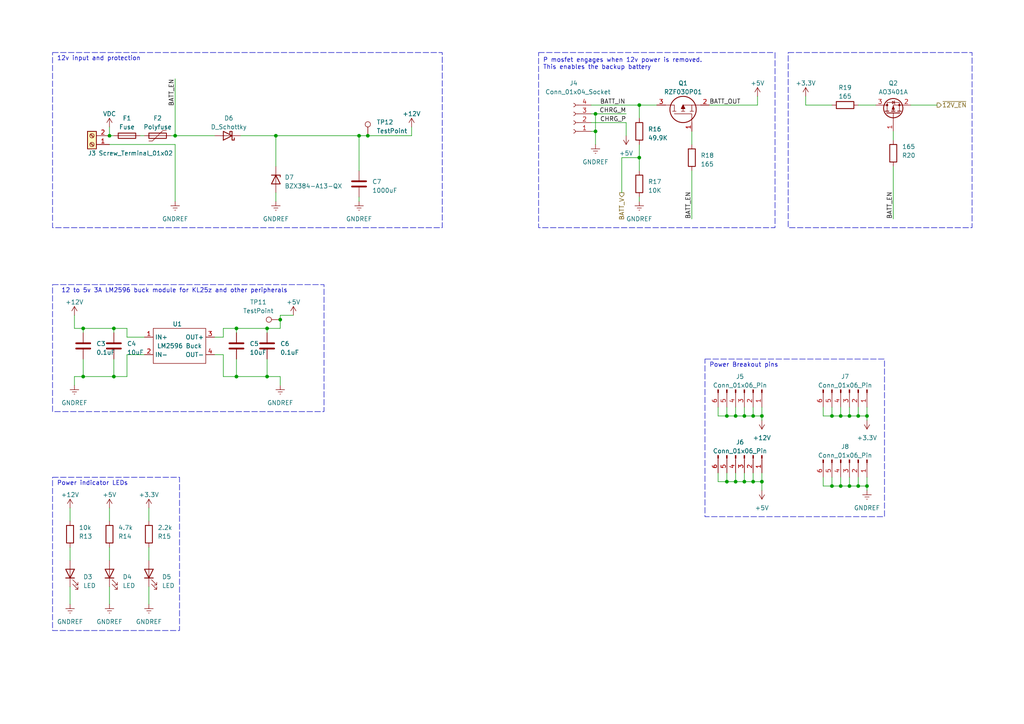
<source format=kicad_sch>
(kicad_sch (version 20230121) (generator eeschema)
  (paper "A4")
  (title_block (title "Greenhouse project FRDM-KL25Z hat") (date "16-03-2023") (rev "v4.0") (company "OnlyPlants") (comment 1 "Author: Emiel Visser"))
  (lib_symbols
    (symbol "Connector:Conn_01x04_Socket" (pin_names (offset 1.016) hide)
      (property "Reference" "J" (at 0 5.08 0))
      (property "Value" "Conn_01x04_Socket" (at 0 -7.62 0))
      (symbol "Conn_01x04_Socket_1_1"
        (arc (start 0 -4.572) (mid -0.5058 -5.08) (end 0 -5.588) (stroke (width 0.1524)))
        (arc (start 0 -2.032) (mid -0.5058 -2.54) (end 0 -3.048) (stroke (width 0.1524)))
        (polyline (pts (xy -1.27 -5.08) (xy -0.508 -5.08)) (stroke (width 0.1524)))
        (polyline (pts (xy -1.27 -2.54) (xy -0.508 -2.54)) (stroke (width 0.1524)))
        (polyline (pts (xy -1.27 0) (xy -0.508 0)) (stroke (width 0.1524)))
        (polyline (pts (xy -1.27 2.54) (xy -0.508 2.54)) (stroke (width 0.1524)))
        (arc (start 0 0.508) (mid -0.5058 0) (end 0 -0.508) (stroke (width 0.1524)))
        (arc (start 0 3.048) (mid -0.5058 2.54) (end 0 2.032) (stroke (width 0.1524)))
        (pin passive line (at -5.08 2.54 0) (length 3.81) (name "Pin_1") (number "1"))
        (pin passive line (at -5.08 0 0) (length 3.81) (name "Pin_2") (number "2"))
        (pin passive line (at -5.08 -2.54 0) (length 3.81) (name "Pin_3") (number "3"))
        (pin passive line (at -5.08 -5.08 0) (length 3.81) (name "Pin_4") (number "4"))
      )
    )
    (symbol "Connector:Conn_01x06_Pin" (pin_names (offset 1.016) hide)
      (property "Reference" "J" (at 0 7.62 0))
      (property "Value" "Conn_01x06_Pin" (at 0 -10.16 0))
      (symbol "Conn_01x06_Pin_1_1"
        (polyline (pts (xy 1.27 -7.62) (xy 0.8636 -7.62)) (stroke (width 0.1524)))
        (polyline (pts (xy 1.27 -5.08) (xy 0.8636 -5.08)) (stroke (width 0.1524)))
        (polyline (pts (xy 1.27 -2.54) (xy 0.8636 -2.54)) (stroke (width 0.1524)))
        (polyline (pts (xy 1.27 0) (xy 0.8636 0)) (stroke (width 0.1524)))
        (polyline (pts (xy 1.27 2.54) (xy 0.8636 2.54)) (stroke (width 0.1524)))
        (polyline (pts (xy 1.27 5.08) (xy 0.8636 5.08)) (stroke (width 0.1524)))
        (rectangle (start 0.8636 -7.493) (end 0 -7.747) (stroke (width 0.1524)) (fill (type outline)))
        (rectangle (start 0.8636 -4.953) (end 0 -5.207) (stroke (width 0.1524)) (fill (type outline)))
        (rectangle (start 0.8636 -2.413) (end 0 -2.667) (stroke (width 0.1524)) (fill (type outline)))
        (rectangle (start 0.8636 0.127) (end 0 -0.127) (stroke (width 0.1524)) (fill (type outline)))
        (rectangle (start 0.8636 2.667) (end 0 2.413) (stroke (width 0.1524)) (fill (type outline)))
        (rectangle (start 0.8636 5.207) (end 0 4.953) (stroke (width 0.1524)) (fill (type outline)))
        (pin passive line (at 5.08 5.08 180) (length 3.81) (name "Pin_1") (number "1"))
        (pin passive line (at 5.08 2.54 180) (length 3.81) (name "Pin_2") (number "2"))
        (pin passive line (at 5.08 0 180) (length 3.81) (name "Pin_3") (number "3"))
        (pin passive line (at 5.08 -2.54 180) (length 3.81) (name "Pin_4") (number "4"))
        (pin passive line (at 5.08 -5.08 180) (length 3.81) (name "Pin_5") (number "5"))
        (pin passive line (at 5.08 -7.62 180) (length 3.81) (name "Pin_6") (number "6"))
      )
    )
    (symbol "Connector:Screw_Terminal_01x02" (pin_names (offset 1.016) hide)
      (property "Reference" "J" (at 0 2.54 0))
      (property "Value" "Screw_Terminal_01x02" (at 0 -5.08 0))
      (symbol "Screw_Terminal_01x02_1_1"
        (rectangle (start -1.27 1.27) (end 1.27 -3.81) (stroke (width 0.254)) (fill (type background)))
        (circle (center 0 -2.54) (radius 0.635) (stroke (width 0.1524)))
        (polyline (pts (xy -0.5334 -2.2098) (xy 0.3302 -3.048)) (stroke (width 0.1524)))
        (polyline (pts (xy -0.5334 0.3302) (xy 0.3302 -0.508)) (stroke (width 0.1524)))
        (polyline (pts (xy -0.3556 -2.032) (xy 0.508 -2.8702)) (stroke (width 0.1524)))
        (polyline (pts (xy -0.3556 0.508) (xy 0.508 -0.3302)) (stroke (width 0.1524)))
        (circle (center 0 0) (radius 0.635) (stroke (width 0.1524)))
        (pin passive line (at -5.08 0 0) (length 3.81) (name "Pin_1") (number "1"))
        (pin passive line (at -5.08 -2.54 0) (length 3.81) (name "Pin_2") (number "2"))
      )
    )
    (symbol "Connector:TestPoint" (pin_numbers hide) (pin_names (offset 0.762) hide)
      (property "Reference" "TP" (at 0 6.858 0))
      (property "Value" "TestPoint" (at 0 5.08 0))
      (symbol "TestPoint_0_1"
        (circle (center 0 3.302) (radius 0.762))
      )
      (symbol "TestPoint_1_1"
        (pin passive line (at 0 0 90) (length 2.54) (name "1") (number "1"))
      )
    )
    (symbol "Device:C" (pin_numbers hide) (pin_names (offset 0.254))
      (property "Reference" "C" (at 0.635 2.54 0))
      (property "Value" "C" (at 0.635 -2.54 0))
      (symbol "C_0_1"
        (polyline (pts (xy -2.032 -0.762) (xy 2.032 -0.762)) (stroke (width 0.508)))
        (polyline (pts (xy -2.032 0.762) (xy 2.032 0.762)) (stroke (width 0.508)))
      )
      (symbol "C_1_1"
        (pin passive line (at 0 3.81 270) (length 2.794) (name "~") (number "1"))
        (pin passive line (at 0 -3.81 90) (length 2.794) (name "~") (number "2"))
      )
    )
    (symbol "Device:D_Schottky" (pin_numbers hide) (pin_names (offset 1.016) hide)
      (property "Reference" "D" (at 0 2.54 0))
      (property "Value" "D_Schottky" (at 0 -2.54 0))
      (symbol "D_Schottky_0_1"
        (polyline (pts (xy 1.27 0) (xy -1.27 0)))
        (polyline (pts (xy 1.27 1.27) (xy 1.27 -1.27) (xy -1.27 0) (xy 1.27 1.27)) (stroke (width 0.254)))
        (polyline (pts (xy -1.905 0.635) (xy -1.905 1.27) (xy -1.27 1.27) (xy -1.27 -1.27) (xy -0.635 -1.27) (xy -0.635 -0.635)) (stroke (width 0.254)))
      )
      (symbol "D_Schottky_1_1"
        (pin passive line (at -3.81 0 0) (length 2.54) (name "K") (number "1"))
        (pin passive line (at 3.81 0 180) (length 2.54) (name "A") (number "2"))
      )
    )
    (symbol "Device:Fuse" (pin_numbers hide) (pin_names (offset 0))
      (property "Reference" "F" (at 2.032 0 90))
      (property "Value" "Fuse" (at -1.905 0 90))
      (symbol "Fuse_0_1"
        (rectangle (start -0.762 -2.54) (end 0.762 2.54) (stroke (width 0.254)))
        (polyline (pts (xy 0 2.54) (xy 0 -2.54)))
      )
      (symbol "Fuse_1_1"
        (pin passive line (at 0 3.81 270) (length 1.27) (name "~") (number "1"))
        (pin passive line (at 0 -3.81 90) (length 1.27) (name "~") (number "2"))
      )
    )
    (symbol "Device:LED" (pin_numbers hide) (pin_names (offset 1.016) hide)
      (property "Reference" "D" (at 0 2.54 0))
      (property "Value" "LED" (at 0 -2.54 0))
      (symbol "LED_0_1"
        (polyline (pts (xy -1.27 -1.27) (xy -1.27 1.27)) (stroke (width 0.254)))
        (polyline (pts (xy -1.27 0) (xy 1.27 0)))
        (polyline (pts (xy 1.27 -1.27) (xy 1.27 1.27) (xy -1.27 0) (xy 1.27 -1.27)) (stroke (width 0.254)))
        (polyline (pts (xy -3.048 -0.762) (xy -4.572 -2.286) (xy -3.81 -2.286) (xy -4.572 -2.286) (xy -4.572 -1.524)))
        (polyline (pts (xy -1.778 -0.762) (xy -3.302 -2.286) (xy -2.54 -2.286) (xy -3.302 -2.286) (xy -3.302 -1.524)))
      )
      (symbol "LED_1_1"
        (pin passive line (at -3.81 0 0) (length 2.54) (name "K") (number "1"))
        (pin passive line (at 3.81 0 180) (length 2.54) (name "A") (number "2"))
      )
    )
    (symbol "Device:Polyfuse" (pin_numbers hide) (pin_names (offset 0))
      (property "Reference" "F" (at -2.54 0 90))
      (property "Value" "Polyfuse" (at 2.54 0 90))
      (symbol "Polyfuse_0_1"
        (rectangle (start -0.762 2.54) (end 0.762 -2.54) (stroke (width 0.254)))
        (polyline (pts (xy 0 2.54) (xy 0 -2.54)))
        (polyline (pts (xy -1.524 2.54) (xy -1.524 1.524) (xy 1.524 -1.524) (xy 1.524 -2.54)))
      )
      (symbol "Polyfuse_1_1"
        (pin passive line (at 0 3.81 270) (length 1.27) (name "~") (number "1"))
        (pin passive line (at 0 -3.81 90) (length 1.27) (name "~") (number "2"))
      )
    )
    (symbol "Device:R" (pin_numbers hide) (pin_names (offset 0))
      (property "Reference" "R" (at 2.032 0 90))
      (property "Value" "R" (at 0 0 90))
      (symbol "R_0_1"
        (rectangle (start -1.016 -2.54) (end 1.016 2.54) (stroke (width 0.254)))
      )
      (symbol "R_1_1"
        (pin passive line (at 0 3.81 270) (length 1.27) (name "~") (number "1"))
        (pin passive line (at 0 -3.81 90) (length 1.27) (name "~") (number "2"))
      )
    )
    (symbol "Diode:BZX384xxxx" (pin_numbers hide) (pin_names hide)
      (property "Reference" "D" (at 0 2.54 0))
      (property "Value" "BZX384xxxx" (at 0 -2.54 0))
      (symbol "BZX384xxxx_0_1"
        (polyline (pts (xy 1.27 0) (xy -1.27 0)))
        (polyline (pts (xy -1.27 -1.27) (xy -1.27 1.27) (xy -0.762 1.27)) (stroke (width 0.254)))
        (polyline (pts (xy 1.27 -1.27) (xy 1.27 1.27) (xy -1.27 0) (xy 1.27 -1.27)) (stroke (width 0.254)))
      )
      (symbol "BZX384xxxx_1_1"
        (pin passive line (at -3.81 0 0) (length 2.54) (name "K") (number "1"))
        (pin passive line (at 3.81 0 180) (length 2.54) (name "A") (number "2"))
      )
    )
    (symbol "SamacSys_Parts:RZF030P01" (pin_names (offset 0.762))
      (property "Reference" "Q" (at 11.43 3.81 0))
      (property "Value" "RZF030P01" (at 11.43 1.27 0))
      (symbol "RZF030P01_0_0"
        (pin passive line (at 0 0 0) (length 2.54) (name "~") (number "1"))
        (pin passive line (at 7.62 -5.08 90) (length 2.54) (name "~") (number "2"))
        (pin passive line (at 7.62 10.16 270) (length 2.54) (name "~") (number "3"))
      )
      (symbol "RZF030P01_0_1"
        (polyline (pts (xy 5.842 -0.508) (xy 5.842 0.508)) (stroke (width 0.1524)))
        (polyline (pts (xy 5.842 0) (xy 7.62 0)) (stroke (width 0.1524)))
        (polyline (pts (xy 5.842 2.032) (xy 5.842 3.048)) (stroke (width 0.1524)))
        (polyline (pts (xy 5.842 5.588) (xy 5.842 4.572)) (stroke (width 0.1524)))
        (polyline (pts (xy 7.62 2.54) (xy 5.842 2.54)) (stroke (width 0.1524)))
        (polyline (pts (xy 7.62 2.54) (xy 7.62 -2.54)) (stroke (width 0.1524)))
        (polyline (pts (xy 7.62 5.08) (xy 5.842 5.08)) (stroke (width 0.1524)))
        (polyline (pts (xy 7.62 5.08) (xy 7.62 7.62)) (stroke (width 0.1524)))
        (polyline (pts (xy 2.54 0) (xy 5.08 0) (xy 5.08 5.08)) (stroke (width 0.1524)))
        (polyline (pts (xy 7.62 2.54) (xy 6.604 3.048) (xy 6.604 2.032) (xy 7.62 2.54)) (stroke (width 0.254)) (fill (type outline)))
        (circle (center 6.35 2.54) (radius 3.81) (stroke (width 0.254)))
      )
    )
    (symbol "Transistor_FET:AO3401A" (pin_names hide)
      (property "Reference" "Q" (at 5.08 1.905 0))
      (property "Value" "AO3401A" (at 5.08 0 0))
      (symbol "AO3401A_0_1"
        (polyline (pts (xy 0.254 0) (xy -2.54 0)))
        (polyline (pts (xy 0.254 1.905) (xy 0.254 -1.905)) (stroke (width 0.254)))
        (polyline (pts (xy 0.762 -1.27) (xy 0.762 -2.286)) (stroke (width 0.254)))
        (polyline (pts (xy 0.762 0.508) (xy 0.762 -0.508)) (stroke (width 0.254)))
        (polyline (pts (xy 0.762 2.286) (xy 0.762 1.27)) (stroke (width 0.254)))
        (polyline (pts (xy 2.54 2.54) (xy 2.54 1.778)))
        (polyline (pts (xy 2.54 -2.54) (xy 2.54 0) (xy 0.762 0)))
        (polyline (pts (xy 0.762 1.778) (xy 3.302 1.778) (xy 3.302 -1.778) (xy 0.762 -1.778)))
        (polyline (pts (xy 2.286 0) (xy 1.27 0.381) (xy 1.27 -0.381) (xy 2.286 0)) (fill (type outline)))
        (polyline (pts (xy 2.794 -0.508) (xy 2.921 -0.381) (xy 3.683 -0.381) (xy 3.81 -0.254)))
        (polyline (pts (xy 3.302 -0.381) (xy 2.921 0.254) (xy 3.683 0.254) (xy 3.302 -0.381)))
        (circle (center 1.651 0) (radius 2.794) (stroke (width 0.254)))
        (circle (center 2.54 -1.778) (radius 0.254) (fill (type outline)))
        (circle (center 2.54 1.778) (radius 0.254) (fill (type outline)))
      )
      (symbol "AO3401A_1_1"
        (pin input line (at -5.08 0 0) (length 2.54) (name "G") (number "1"))
        (pin passive line (at 2.54 -5.08 90) (length 2.54) (name "S") (number "2"))
        (pin passive line (at 2.54 5.08 270) (length 2.54) (name "D") (number "3"))
      )
    )
    (symbol "User:LM2596_Buck_module"
      (property "Reference" "U" (at 0 6.35 0))
      (symbol "LM2596_Buck_module_0_1"
        (rectangle (start -7.62 5.08) (end 7.62 -5.08))
      )
      (symbol "LM2596_Buck_module_1_1"
        (pin power_in line (at -10.16 2.54 0) (length 2.54) (name "IN+") (number "1"))
        (pin power_in line (at -10.16 -2.54 0) (length 2.54) (name "IN-") (number "2"))
        (pin power_out line (at 10.16 2.54 180) (length 2.54) (name "OUT+") (number "3"))
        (pin power_out line (at 10.16 -2.54 180) (length 2.54) (name "OUT-") (number "4"))
      )
    )
    (symbol "power:+12V" (power) (pin_names (offset 0))
      (property "Value" "+12V" (at 0 3.556 0))
      (symbol "+12V_0_1"
        (polyline (pts (xy -0.762 1.27) (xy 0 2.54)))
        (polyline (pts (xy 0 0) (xy 0 2.54)))
        (polyline (pts (xy 0 2.54) (xy 0.762 1.27)))
      )
      (symbol "+12V_1_1"
        (pin power_in line (at 0 0 90) (length 0) hide (name "+12V") (number "1"))
      )
    )
    (symbol "power:+3.3V" (power) (pin_names (offset 0))
      (property "Value" "+3.3V" (at 0 3.556 0))
      (symbol "+3.3V_0_1"
        (polyline (pts (xy -0.762 1.27) (xy 0 2.54)))
        (polyline (pts (xy 0 0) (xy 0 2.54)))
        (polyline (pts (xy 0 2.54) (xy 0.762 1.27)))
      )
      (symbol "+3.3V_1_1"
        (pin power_in line (at 0 0 90) (length 0) hide (name "+3.3V") (number "1"))
      )
    )
    (symbol "power:+5V" (power) (pin_names (offset 0))
      (property "Value" "+5V" (at 0 3.556 0))
      (symbol "+5V_0_1"
        (polyline (pts (xy -0.762 1.27) (xy 0 2.54)))
        (polyline (pts (xy 0 0) (xy 0 2.54)))
        (polyline (pts (xy 0 2.54) (xy 0.762 1.27)))
      )
      (symbol "+5V_1_1"
        (pin power_in line (at 0 0 90) (length 0) hide (name "+5V") (number "1"))
      )
    )
    (symbol "power:GNDREF" (power) (pin_names (offset 0))
      (property "Value" "GNDREF" (at 0 -3.81 0))
      (symbol "GNDREF_0_1"
        (polyline (pts (xy -0.635 -1.905) (xy 0.635 -1.905)))
        (polyline (pts (xy -0.127 -2.54) (xy 0.127 -2.54)))
        (polyline (pts (xy 0 -1.27) (xy 0 0)))
        (polyline (pts (xy 1.27 -1.27) (xy -1.27 -1.27)))
      )
      (symbol "GNDREF_1_1"
        (pin power_in line (at 0 0 270) (length 0) hide (name "GNDREF") (number "1"))
      )
    )
    (symbol "power:VDC" (power) (pin_names (offset 0))
      (property "Value" "VDC" (at 0 6.35 0))
      (symbol "VDC_0_1"
        (polyline (pts (xy -0.762 1.27) (xy 0 2.54)))
        (polyline (pts (xy 0 0) (xy 0 2.54)))
        (polyline (pts (xy 0 2.54) (xy 0.762 1.27)))
      )
      (symbol "VDC_1_1"
        (pin power_in line (at 0 0 90) (length 0) hide (name "VDC") (number "1"))
      )
    )
  )
  (junction (at 106.68 39.37))
  (junction (at 220.98 120.65))
  (junction (at 68.58 109.22))
  (junction (at 80.01 39.37))
  (junction (at 210.82 120.65))
  (junction (at 220.98 139.7))
  (junction (at 213.36 120.65))
  (junction (at 215.9 139.7))
  (junction (at 172.72 33.02))
  (junction (at 24.13 95.25))
  (junction (at 218.44 120.65))
  (junction (at 243.84 140.97))
  (junction (at 31.75 39.37))
  (junction (at 248.92 120.65))
  (junction (at 243.84 120.65))
  (junction (at 77.47 109.22))
  (junction (at 68.58 95.25))
  (junction (at 215.9 120.65))
  (junction (at 185.42 30.48))
  (junction (at 104.14 39.37))
  (junction (at 185.42 45.72))
  (junction (at 251.46 120.65))
  (junction (at 50.8 39.37))
  (junction (at 218.44 139.7))
  (junction (at 24.13 109.22))
  (junction (at 210.82 139.7))
  (junction (at 251.46 140.97))
  (junction (at 33.02 109.22))
  (junction (at 241.3 140.97))
  (junction (at 246.38 140.97))
  (junction (at 248.92 140.97))
  (junction (at 246.38 120.65))
  (junction (at 241.3 120.65))
  (junction (at 172.72 38.1))
  (junction (at 33.02 95.25))
  (junction (at 77.47 95.25))
  (junction (at 213.36 139.7))
  (junction (at 81.28 92.71))
  (wire (pts (xy 233.68 30.48) (xy 241.3 30.48)))
  (wire (pts (xy 172.72 33.02) (xy 181.61 33.02)))
  (wire (pts (xy 238.76 138.43) (xy 238.76 140.97)))
  (wire (pts (xy 24.13 109.22) (xy 33.02 109.22)))
  (wire (pts (xy 251.46 140.97) (xy 251.46 142.24)))
  (wire (pts (xy 218.44 118.11) (xy 218.44 120.65)))
  (wire (pts (xy 243.84 140.97) (xy 246.38 140.97)))
  (wire (pts (xy 185.42 58.42) (xy 185.42 57.15)))
  (wire (pts (xy 208.28 137.16) (xy 208.28 139.7)))
  (wire (pts (xy 215.9 137.16) (xy 215.9 139.7)))
  (wire (pts (xy 24.13 95.25) (xy 33.02 95.25)))
  (wire (pts (xy 238.76 140.97) (xy 241.3 140.97)))
  (wire (pts (xy 248.92 118.11) (xy 248.92 120.65)))
  (wire (pts (xy 33.02 95.25) (xy 33.02 96.52)))
  (wire (pts (xy 213.36 139.7) (xy 215.9 139.7)))
  (wire (pts (xy 220.98 139.7) (xy 220.98 142.24)))
  (wire (pts (xy 21.59 111.76) (xy 21.59 109.22)))
  (wire (pts (xy 104.14 39.37) (xy 106.68 39.37)))
  (wire (pts (xy 210.82 137.16) (xy 210.82 139.7)))
  (wire (pts (xy 241.3 140.97) (xy 243.84 140.97)))
  (wire (pts (xy 205.74 30.48) (xy 219.71 30.48)))
  (wire (pts (xy 213.36 120.65) (xy 215.9 120.65)))
  (wire (pts (xy 208.28 120.65) (xy 210.82 120.65)))
  (wire (pts (xy 31.75 170.18) (xy 31.75 175.26)))
  (wire (pts (xy 81.28 111.76) (xy 81.28 109.22)))
  (wire (pts (xy 218.44 120.65) (xy 220.98 120.65)))
  (wire (pts (xy 208.28 139.7) (xy 210.82 139.7)))
  (wire (pts (xy 31.75 158.75) (xy 31.75 162.56)))
  (wire (pts (xy 238.76 118.11) (xy 238.76 120.65)))
  (wire (pts (xy 210.82 139.7) (xy 213.36 139.7)))
  (wire (pts (xy 251.46 118.11) (xy 251.46 120.65)))
  (wire (pts (xy 219.71 27.94) (xy 219.71 30.48)))
  (wire (pts (xy 171.45 35.56) (xy 181.61 35.56)))
  (wire (pts (xy 62.23 97.79) (xy 64.77 97.79)))
  (wire (pts (xy 64.77 102.87) (xy 64.77 109.22)))
  (wire (pts (xy 185.42 30.48) (xy 185.42 34.29)))
  (wire (pts (xy 243.84 138.43) (xy 243.84 140.97)))
  (wire (pts (xy 20.32 158.75) (xy 20.32 162.56)))
  (wire (pts (xy 246.38 140.97) (xy 248.92 140.97)))
  (wire (pts (xy 69.85 39.37) (xy 80.01 39.37)))
  (wire (pts (xy 21.59 109.22) (xy 24.13 109.22)))
  (wire (pts (xy 64.77 102.87) (xy 62.23 102.87)))
  (wire (pts (xy 200.66 49.53) (xy 200.66 63.5)))
  (wire (pts (xy 36.83 102.87) (xy 41.91 102.87)))
  (wire (pts (xy 80.01 39.37) (xy 104.14 39.37)))
  (wire (pts (xy 43.18 147.32) (xy 43.18 151.13)))
  (wire (pts (xy 181.61 39.37) (xy 181.61 35.56)))
  (wire (pts (xy 248.92 138.43) (xy 248.92 140.97)))
  (wire (pts (xy 171.45 33.02) (xy 172.72 33.02)))
  (wire (pts (xy 50.8 58.42) (xy 50.8 41.91)))
  (wire (pts (xy 259.08 38.1) (xy 259.08 40.64)))
  (wire (pts (xy 241.3 120.65) (xy 243.84 120.65)))
  (wire (pts (xy 50.8 39.37) (xy 62.23 39.37)))
  (wire (pts (xy 220.98 137.16) (xy 220.98 139.7)))
  (wire (pts (xy 68.58 109.22) (xy 68.58 104.14)))
  (wire (pts (xy 104.14 58.42) (xy 104.14 57.15)))
  (wire (pts (xy 20.32 147.32) (xy 20.32 151.13)))
  (wire (pts (xy 238.76 120.65) (xy 241.3 120.65)))
  (wire (pts (xy 248.92 30.48) (xy 254 30.48)))
  (wire (pts (xy 215.9 139.7) (xy 218.44 139.7)))
  (wire (pts (xy 81.28 109.22) (xy 77.47 109.22)))
  (wire (pts (xy 80.01 39.37) (xy 80.01 48.26)))
  (wire (pts (xy 218.44 137.16) (xy 218.44 139.7)))
  (wire (pts (xy 241.3 118.11) (xy 241.3 120.65)))
  (wire (pts (xy 171.45 30.48) (xy 185.42 30.48)))
  (wire (pts (xy 68.58 95.25) (xy 77.47 95.25)))
  (wire (pts (xy 185.42 41.91) (xy 185.42 45.72)))
  (wire (pts (xy 106.68 39.37) (xy 119.38 39.37)))
  (wire (pts (xy 233.68 27.94) (xy 233.68 30.48)))
  (wire (pts (xy 20.32 170.18) (xy 20.32 175.26)))
  (wire (pts (xy 259.08 48.26) (xy 259.08 63.5)))
  (wire (pts (xy 243.84 120.65) (xy 246.38 120.65)))
  (wire (pts (xy 33.02 95.25) (xy 36.83 95.25)))
  (wire (pts (xy 81.28 95.25) (xy 77.47 95.25)))
  (wire (pts (xy 31.75 36.83) (xy 31.75 39.37)))
  (wire (pts (xy 180.34 45.72) (xy 185.42 45.72)))
  (wire (pts (xy 77.47 109.22) (xy 68.58 109.22)))
  (wire (pts (xy 213.36 118.11) (xy 213.36 120.65)))
  (wire (pts (xy 64.77 97.79) (xy 64.77 95.25)))
  (wire (pts (xy 246.38 118.11) (xy 246.38 120.65)))
  (wire (pts (xy 248.92 120.65) (xy 251.46 120.65)))
  (wire (pts (xy 218.44 139.7) (xy 220.98 139.7)))
  (wire (pts (xy 208.28 118.11) (xy 208.28 120.65)))
  (wire (pts (xy 81.28 92.71) (xy 81.28 95.25)))
  (wire (pts (xy 31.75 39.37) (xy 33.02 39.37)))
  (wire (pts (xy 220.98 120.65) (xy 220.98 121.92)))
  (wire (pts (xy 246.38 120.65) (xy 248.92 120.65)))
  (wire (pts (xy 64.77 109.22) (xy 68.58 109.22)))
  (wire (pts (xy 40.64 39.37) (xy 41.91 39.37)))
  (wire (pts (xy 210.82 120.65) (xy 213.36 120.65)))
  (wire (pts (xy 243.84 118.11) (xy 243.84 120.65)))
  (wire (pts (xy 31.75 147.32) (xy 31.75 151.13)))
  (wire (pts (xy 215.9 118.11) (xy 215.9 120.65)))
  (wire (pts (xy 33.02 109.22) (xy 36.83 109.22)))
  (wire (pts (xy 171.45 38.1) (xy 172.72 38.1)))
  (wire (pts (xy 24.13 95.25) (xy 24.13 96.52)))
  (wire (pts (xy 64.77 95.25) (xy 68.58 95.25)))
  (wire (pts (xy 104.14 39.37) (xy 104.14 49.53)))
  (wire (pts (xy 68.58 96.52) (xy 68.58 95.25)))
  (wire (pts (xy 81.28 91.44) (xy 85.09 91.44)))
  (wire (pts (xy 77.47 104.14) (xy 77.47 109.22)))
  (wire (pts (xy 172.72 41.91) (xy 172.72 38.1)))
  (wire (pts (xy 36.83 109.22) (xy 36.83 102.87)))
  (wire (pts (xy 36.83 97.79) (xy 36.83 95.25)))
  (wire (pts (xy 50.8 41.91) (xy 31.75 41.91)))
  (wire (pts (xy 21.59 95.25) (xy 24.13 95.25)))
  (wire (pts (xy 41.91 97.79) (xy 36.83 97.79)))
  (wire (pts (xy 119.38 39.37) (xy 119.38 36.83)))
  (wire (pts (xy 251.46 138.43) (xy 251.46 140.97)))
  (wire (pts (xy 185.42 45.72) (xy 185.42 49.53)))
  (wire (pts (xy 200.66 38.1) (xy 200.66 41.91)))
  (wire (pts (xy 43.18 158.75) (xy 43.18 162.56)))
  (wire (pts (xy 215.9 120.65) (xy 218.44 120.65)))
  (wire (pts (xy 50.8 22.86) (xy 50.8 39.37)))
  (wire (pts (xy 210.82 118.11) (xy 210.82 120.65)))
  (wire (pts (xy 33.02 104.14) (xy 33.02 109.22)))
  (wire (pts (xy 43.18 170.18) (xy 43.18 175.26)))
  (wire (pts (xy 180.34 55.88) (xy 180.34 45.72)))
  (wire (pts (xy 248.92 140.97) (xy 251.46 140.97)))
  (wire (pts (xy 49.53 39.37) (xy 50.8 39.37)))
  (wire (pts (xy 185.42 30.48) (xy 190.5 30.48)))
  (wire (pts (xy 77.47 95.25) (xy 77.47 96.52)))
  (wire (pts (xy 251.46 120.65) (xy 251.46 121.92)))
  (wire (pts (xy 241.3 138.43) (xy 241.3 140.97)))
  (wire (pts (xy 80.01 58.42) (xy 80.01 55.88)))
  (wire (pts (xy 264.16 30.48) (xy 271.78 30.48)))
  (wire (pts (xy 220.98 118.11) (xy 220.98 120.65)))
  (wire (pts (xy 213.36 137.16) (xy 213.36 139.7)))
  (wire (pts (xy 24.13 104.14) (xy 24.13 109.22)))
  (wire (pts (xy 21.59 91.44) (xy 21.59 95.25)))
  (wire (pts (xy 81.28 91.44) (xy 81.28 92.71)))
  (wire (pts (xy 172.72 38.1) (xy 172.72 33.02)))
  (wire (pts (xy 246.38 138.43) (xy 246.38 140.97)))
  (rectangle (start 228.6 15.24) (end 281.94 66.04) (stroke (width 0) (type dash)))
  (rectangle (start 15.24 82.55) (end 93.98 119.38) (stroke (width 0) (type dash)))
  (rectangle (start 204.47 104.14) (end 256.54 149.86) (stroke (width 0) (type dash)))
  (rectangle (start 156.21 15.24) (end 224.79 66.04) (stroke (width 0) (type dash)))
  (rectangle (start 15.24 15.24) (end 128.27 66.04) (stroke (width 0) (type dash)))
  (rectangle (start 15.24 138.43) (end 52.07 182.88) (stroke (width 0) (type dash)))
  (text "12 to 5v 3A LM2596 buck module for KL25z and other peripherals" (at 17.78 85.09 0) (effects (font (size 1.27 1.27)) (justify left bottom)))
  (text "12v input and protection\n" (at 16.51 17.78 0) (effects (font (size 1.27 1.27)) (justify left bottom)))
  (text "Power Breakout pins" (at 205.74 106.68 0) (effects (font (size 1.27 1.27)) (justify left bottom)))
  (text "P mosfet engages when 12v power is removed.\nThis enables the backup battery" (at 157.48 20.32 0) (effects (font (size 1.27 1.27)) (justify left bottom)))
  (text "Power indicator LEDs" (at 16.51 140.97 0) (effects (font (size 1.27 1.27)) (justify left bottom)))
  (label "CHRG_M" (at 181.61 33.02 180))
  (label "BATT_EN" (at 50.8 22.86 270))
  (label "BATT_IN" (at 173.99 30.48 0))
  (label "BATT_EN" (at 200.66 63.5 90))
  (label "BATT_EN" (at 259.08 63.5 90))
  (label "BATT_OUT" (at 205.74 30.48 0))
  (label "CHRG_P" (at 181.61 35.56 180))
  (hierarchical_label "BATT_V" (shape output) (at 180.34 55.88 270))
  (hierarchical_label "~{12V_EN}" (shape output) (at 271.78 30.48 0))
  (symbol (lib_id "power:+3.3V") (at 43.18 147.32 0) (unit 1)
    (property "Reference" "#PWR031" (effects hide))
    (property "Value" "+3.3V" (at 43.18 143.51 0))
  )
  (symbol (lib_id "Connector:TestPoint") (at 106.68 39.37 0) (unit 1)
    (property "Reference" "TP12" (at 109.22 35.433 0) (effects (justify left)))
    (property "Value" "TestPoint" (at 109.22 37.973 0) (effects (justify left)))
    (property "Footprint" "TestPoint:TestPoint_Pad_D2.0mm" (effects hide))
  )
  (symbol (lib_id "power:+3.3V") (at 233.68 27.94 0) (unit 1)
    (property "Reference" "#PWR045" (effects hide))
    (property "Value" "+3.3V" (at 233.68 24.13 0))
  )
  (symbol (lib_id "Connector:TestPoint") (at 81.28 92.71 90) (unit 1)
    (property "Reference" "TP11" (at 74.93 87.63 90))
    (property "Value" "TestPoint" (at 74.93 90.17 90))
    (property "Footprint" "TestPoint:TestPoint_Pad_D2.0mm" (effects hide))
  )
  (symbol (lib_id "Device:LED") (at 20.32 166.37 90) (unit 1)
    (property "Reference" "D3" (at 24.13 167.3225 90) (effects (justify right)))
    (property "Value" "LED" (at 24.13 169.8625 90) (effects (justify right)))
    (property "Footprint" "LED_SMD:LED_1206_3216Metric_Pad1.42x1.75mm_HandSolder" (effects hide))
  )
  (symbol (lib_id "power:GNDREF") (at 251.46 142.24 0) (unit 1)
    (property "Reference" "#PWR047" (effects hide))
    (property "Value" "GNDREF" (at 251.46 147.32 0))
  )
  (symbol (lib_id "Device:C") (at 33.02 100.33 0) (unit 1)
    (property "Reference" "C4" (at 36.83 99.695 0) (effects (justify left)))
    (property "Value" "10uF" (at 36.83 102.235 0) (effects (justify left)))
    (property "Footprint" "Capacitor_SMD:C_1206_3216Metric_Pad1.33x1.80mm_HandSolder" (effects hide))
  )
  (symbol (lib_id "Device:Polyfuse") (at 45.72 39.37 90) (unit 1)
    (property "Reference" "F2" (at 45.72 34.29 90))
    (property "Value" "Polyfuse" (at 45.72 36.83 90))
    (property "Footprint" "Fuse:Fuse_2920_7451Metric_Pad2.10x5.45mm_HandSolder" (effects hide))
  )
  (symbol (lib_id "Device:Fuse") (at 36.83 39.37 90) (unit 1)
    (property "Reference" "F1" (at 36.83 34.29 90))
    (property "Value" "Fuse" (at 36.83 36.83 90))
    (property "Footprint" "Fuse:Fuseholder_Blade_Mini_Keystone_3568" (effects hide))
  )
  (symbol (lib_id "power:+5V") (at 220.98 142.24 180) (unit 1)
    (property "Reference" "#PWR044" (effects hide))
    (property "Value" "+5V" (at 220.98 147.32 0))
  )
  (symbol (lib_id "power:+12V") (at 21.59 91.44 0) (unit 1)
    (property "Reference" "#PWR026" (effects hide))
    (property "Value" "+12V" (at 21.59 87.63 0))
  )
  (symbol (lib_id "power:GNDREF") (at 104.14 58.42 0) (unit 1)
    (property "Reference" "#PWR037" (effects hide))
    (property "Value" "GNDREF" (at 104.14 63.5 0))
  )
  (symbol (lib_id "power:GNDREF") (at 81.28 111.76 0) (unit 1)
    (property "Reference" "#PWR035" (effects hide))
    (property "Value" "GNDREF" (at 81.28 116.84 0))
  )
  (symbol (lib_id "power:GNDREF") (at 21.59 111.76 0) (unit 1)
    (property "Reference" "#PWR027" (effects hide))
    (property "Value" "GNDREF" (at 21.59 116.84 0))
  )
  (symbol (lib_id "SamacSys_Parts:RZF030P01") (at 200.66 38.1 90) (unit 1)
    (property "Reference" "Q1" (at 198.12 24.13 90))
    (property "Value" "RZF030P01" (at 198.12 26.67 90))
    (property "Footprint" "SamacSys_Parts:2SB1730" (effects hide))
    (property "Datasheet" "https://fscdn.rohm.com/en/products/databook/datasheet/discrete/transistor/mosfet/rzf030p01tl-e.pdf" (effects hide))
    (property "Description" "1.5V Drive Pch MOSFET" (effects hide))
    (property "Height" "0.85" (effects hide))
    (property "Manufacturer_Name" "ROHM Semiconductor" (effects hide))
    (property "Manufacturer_Part_Number" "RZF030P01" (effects hide))
  )
  (symbol (lib_id "power:GNDREF") (at 80.01 58.42 0) (unit 1)
    (property "Reference" "#PWR034" (effects hide))
    (property "Value" "GNDREF" (at 80.01 63.5 0))
  )
  (symbol (lib_id "power:+5V") (at 181.61 39.37 180) (unit 1)
    (property "Reference" "#PWR040" (effects hide))
    (property "Value" "+5V" (at 181.61 44.45 0))
  )
  (symbol (lib_id "power:+12V") (at 119.38 36.83 0) (unit 1)
    (property "Reference" "#PWR038" (effects hide))
    (property "Value" "+12V" (at 119.38 33.02 0))
  )
  (symbol (lib_id "Device:R") (at 245.11 30.48 90) (unit 1)
    (property "Reference" "R19" (at 245.11 25.4 90))
    (property "Value" "165" (at 245.11 27.94 90))
    (property "Footprint" "Resistor_SMD:R_1206_3216Metric_Pad1.30x1.75mm_HandSolder" (effects hide))
  )
  (symbol (lib_id "Connector:Conn_01x06_Pin") (at 215.9 113.03 270) (unit 1)
    (property "Reference" "J5" (at 214.63 109.22 90))
    (property "Value" "Conn_01x06_Pin" (at 214.63 111.76 90))
    (property "Footprint" "Connector_PinHeader_2.54mm:PinHeader_1x06_P2.54mm_Vertical" (effects hide))
  )
  (symbol (lib_id "Device:R") (at 43.18 154.94 0) (mirror x) (unit 1)
    (property "Reference" "R15" (at 45.72 155.575 0) (effects (justify left)))
    (property "Value" "2.2k" (at 45.72 153.035 0) (effects (justify left)))
    (property "Footprint" "Resistor_SMD:R_1206_3216Metric_Pad1.30x1.75mm_HandSolder" (effects hide))
  )
  (symbol (lib_id "power:+5V") (at 219.71 27.94 0) (unit 1)
    (property "Reference" "#PWR042" (effects hide))
    (property "Value" "+5V" (at 219.71 24.13 0))
  )
  (symbol (lib_id "power:GNDREF") (at 185.42 58.42 0) (unit 1)
    (property "Reference" "#PWR041" (effects hide))
    (property "Value" "GNDREF" (at 185.42 63.5 0))
  )
  (symbol (lib_id "Device:C") (at 24.13 100.33 0) (unit 1)
    (property "Reference" "C3" (at 27.94 99.695 0) (effects (justify left)))
    (property "Value" "0.1uF" (at 27.94 102.235 0) (effects (justify left)))
    (property "Footprint" "Capacitor_SMD:C_1206_3216Metric_Pad1.33x1.80mm_HandSolder" (effects hide))
  )
  (symbol (lib_id "Device:R") (at 31.75 154.94 0) (mirror x) (unit 1)
    (property "Reference" "R14" (at 34.29 155.575 0) (effects (justify left)))
    (property "Value" "4.7k" (at 34.29 153.035 0) (effects (justify left)))
    (property "Footprint" "Resistor_SMD:R_1206_3216Metric_Pad1.30x1.75mm_HandSolder" (effects hide))
  )
  (symbol (lib_id "power:GNDREF") (at 172.72 41.91 0) (unit 1)
    (property "Reference" "#PWR039" (effects hide))
    (property "Value" "GNDREF" (at 172.72 46.99 0))
  )
  (symbol (lib_id "power:+5V") (at 85.09 91.44 0) (unit 1)
    (property "Reference" "#PWR036" (effects hide))
    (property "Value" "+5V" (at 85.09 87.63 0))
  )
  (symbol (lib_id "Device:C") (at 68.58 100.33 0) (unit 1)
    (property "Reference" "C5" (at 72.39 99.695 0) (effects (justify left)))
    (property "Value" "10uF" (at 72.39 102.235 0) (effects (justify left)))
    (property "Footprint" "Capacitor_SMD:C_1206_3216Metric_Pad1.33x1.80mm_HandSolder" (effects hide))
  )
  (symbol (lib_id "power:GNDREF") (at 20.32 175.26 0) (unit 1)
    (property "Reference" "#PWR025" (effects hide))
    (property "Value" "GNDREF" (at 20.32 180.34 0))
  )
  (symbol (lib_id "Connector:Conn_01x06_Pin") (at 246.38 113.03 270) (unit 1)
    (property "Reference" "J7" (at 245.11 109.22 90))
    (property "Value" "Conn_01x06_Pin" (at 245.11 111.76 90))
    (property "Footprint" "Connector_PinHeader_2.54mm:PinHeader_1x06_P2.54mm_Vertical" (effects hide))
  )
  (symbol (lib_id "Transistor_FET:AO3401A") (at 259.08 33.02 90) (unit 1)
    (property "Reference" "Q2" (at 259.08 24.13 90))
    (property "Value" "AO3401A" (at 259.08 26.67 90))
    (property "Footprint" "Package_TO_SOT_SMD:SOT-23" (effects hide))
    (property "Datasheet" "http://www.aosmd.com/pdfs/datasheet/AO3401A.pdf" (effects hide))
  )
  (symbol (lib_id "Device:R") (at 185.42 38.1 0) (unit 1)
    (property "Reference" "R16" (at 187.96 37.465 0) (effects (justify left)))
    (property "Value" "49.9K" (at 187.96 40.005 0) (effects (justify left)))
    (property "Footprint" "Resistor_SMD:R_1206_3216Metric_Pad1.30x1.75mm_HandSolder" (effects hide))
  )
  (symbol (lib_id "power:+3.3V") (at 251.46 121.92 180) (unit 1)
    (property "Reference" "#PWR046" (effects hide))
    (property "Value" "+3.3V" (at 251.46 127 0))
  )
  (symbol (lib_id "Device:R") (at 20.32 154.94 0) (mirror x) (unit 1)
    (property "Reference" "R13" (at 22.86 155.575 0) (effects (justify left)))
    (property "Value" "10k" (at 22.86 153.035 0) (effects (justify left)))
    (property "Footprint" "Resistor_SMD:R_1206_3216Metric_Pad1.30x1.75mm_HandSolder" (effects hide))
  )
  (symbol (lib_id "power:GNDREF") (at 43.18 175.26 0) (unit 1)
    (property "Reference" "#PWR032" (effects hide))
    (property "Value" "GNDREF" (at 43.18 180.34 0))
  )
  (symbol (lib_id "power:VDC") (at 31.75 36.83 0) (unit 1)
    (property "Reference" "#PWR028" (effects hide))
    (property "Value" "VDC" (at 31.75 33.02 0))
  )
  (symbol (lib_id "Connector:Screw_Terminal_01x02") (at 26.67 41.91 180) (unit 1)
    (property "Reference" "J3" (at 26.67 44.45 0))
    (property "Value" "Screw_Terminal_01x02" (at 39.37 44.45 0))
    (property "Footprint" "TerminalBlock:TerminalBlock_bornier-2_P5.08mm" (effects hide))
  )
  (symbol (lib_id "Device:C") (at 77.47 100.33 0) (unit 1)
    (property "Reference" "C6" (at 81.28 99.695 0) (effects (justify left)))
    (property "Value" "0.1uF" (at 81.28 102.235 0) (effects (justify left)))
    (property "Footprint" "Capacitor_SMD:C_1206_3216Metric_Pad1.33x1.80mm_HandSolder" (effects hide))
  )
  (symbol (lib_id "Connector:Conn_01x04_Socket") (at 166.37 35.56 180) (unit 1)
    (property "Reference" "J4" (at 166.37 24.13 0))
    (property "Value" "Conn_01x04_Socket" (at 167.64 26.67 0))
    (property "Footprint" "Connector_JST:JST_PH_B4B-PH-K_1x04_P2.00mm_Vertical" (effects hide))
  )
  (symbol (lib_id "power:GNDREF") (at 31.75 175.26 0) (unit 1)
    (property "Reference" "#PWR030" (effects hide))
    (property "Value" "GNDREF" (at 31.75 180.34 0))
  )
  (symbol (lib_id "power:+12V") (at 220.98 121.92 180) (unit 1)
    (property "Reference" "#PWR043" (effects hide))
    (property "Value" "+12V" (at 220.98 127 0))
  )
  (symbol (lib_id "Device:LED") (at 43.18 166.37 90) (unit 1)
    (property "Reference" "D5" (at 46.99 167.3225 90) (effects (justify right)))
    (property "Value" "LED" (at 46.99 169.8625 90) (effects (justify right)))
    (property "Footprint" "LED_SMD:LED_1206_3216Metric_Pad1.42x1.75mm_HandSolder" (effects hide))
  )
  (symbol (lib_id "power:+12V") (at 20.32 147.32 0) (unit 1)
    (property "Reference" "#PWR024" (effects hide))
    (property "Value" "+12V" (at 20.32 143.51 0))
  )
  (symbol (lib_id "Connector:Conn_01x06_Pin") (at 215.9 132.08 270) (unit 1)
    (property "Reference" "J6" (at 214.63 128.27 90))
    (property "Value" "Conn_01x06_Pin" (at 214.63 130.81 90))
    (property "Footprint" "Connector_PinHeader_2.54mm:PinHeader_1x06_P2.54mm_Vertical" (effects hide))
  )
  (symbol (lib_id "Connector:Conn_01x06_Pin") (at 246.38 133.35 270) (unit 1)
    (property "Reference" "J8" (at 245.11 129.54 90))
    (property "Value" "Conn_01x06_Pin" (at 245.11 132.08 90))
    (property "Footprint" "Connector_PinHeader_2.54mm:PinHeader_1x06_P2.54mm_Vertical" (effects hide))
  )
  (symbol (lib_id "Device:C") (at 104.14 53.34 0) (unit 1)
    (property "Reference" "C7" (at 107.95 52.705 0) (effects (justify left)))
    (property "Value" "1000uF" (at 107.95 55.245 0) (effects (justify left)))
    (property "Footprint" "Capacitor_THT:CP_Radial_D10.0mm_P5.00mm" (effects hide))
  )
  (symbol (lib_id "Device:R") (at 259.08 44.45 0) (mirror x) (unit 1)
    (property "Reference" "R20" (at 261.62 45.085 0) (effects (justify left)))
    (property "Value" "165" (at 261.62 42.545 0) (effects (justify left)))
    (property "Footprint" "Resistor_SMD:R_1206_3216Metric_Pad1.30x1.75mm_HandSolder" (effects hide))
  )
  (symbol (lib_id "Device:R") (at 185.42 53.34 0) (unit 1)
    (property "Reference" "R17" (at 187.96 52.705 0) (effects (justify left)))
    (property "Value" "10K" (at 187.96 55.245 0) (effects (justify left)))
    (property "Footprint" "Resistor_SMD:R_1206_3216Metric_Pad1.30x1.75mm_HandSolder" (effects hide))
  )
  (symbol (lib_id "power:+5V") (at 31.75 147.32 0) (unit 1)
    (property "Reference" "#PWR029" (effects hide))
    (property "Value" "+5V" (at 31.75 143.51 0))
  )
  (symbol (lib_id "User:LM2596_Buck_module") (at 52.07 100.33 0) (unit 1)
    (property "Reference" "U1" (at 51.435 93.98 0))
    (property "Value" "LM2596 Buck" (at 52.07 100.33 0))
    (property "Footprint" "User:LM2596_Buck_module" (effects hide))
  )
  (symbol (lib_id "power:GNDREF") (at 50.8 58.42 0) (unit 1)
    (property "Reference" "#PWR033" (effects hide))
    (property "Value" "GNDREF" (at 50.8 63.5 0))
  )
  (symbol (lib_id "Device:LED") (at 31.75 166.37 90) (unit 1)
    (property "Reference" "D4" (at 35.56 167.3225 90) (effects (justify right)))
    (property "Value" "LED" (at 35.56 169.8625 90) (effects (justify right)))
    (property "Footprint" "LED_SMD:LED_1206_3216Metric_Pad1.42x1.75mm_HandSolder" (effects hide))
  )
  (symbol (lib_id "Diode:BZX384xxxx") (at 80.01 52.07 270) (unit 1)
    (property "Reference" "D7" (at 82.55 51.435 90) (effects (justify left)))
    (property "Value" "BZX384-A13-QX" (at 82.55 53.975 90) (effects (justify left)))
    (property "Footprint" "Diode_SMD:D_SOD-323" (effects hide))
    (property "Datasheet" "https://www.vishay.com/docs/85764/bzx384.pdf" (effects hide))
  )
  (symbol (lib_id "Device:R") (at 200.66 45.72 0) (unit 1)
    (property "Reference" "R18" (at 203.2 45.085 0) (effects (justify left)))
    (property "Value" "165" (at 203.2 47.625 0) (effects (justify left)))
    (property "Footprint" "Resistor_SMD:R_1206_3216Metric_Pad1.30x1.75mm_HandSolder" (effects hide))
  )
  (symbol (lib_id "Device:D_Schottky") (at 66.04 39.37 180) (unit 1)
    (property "Reference" "D6" (at 66.3575 34.29 0))
    (property "Value" "D_Schottky" (at 66.3575 36.83 0))
    (property "Footprint" "Diode_THT:D_A-405_P10.16mm_Horizontal" (effects hide))
  )
)
</source>
